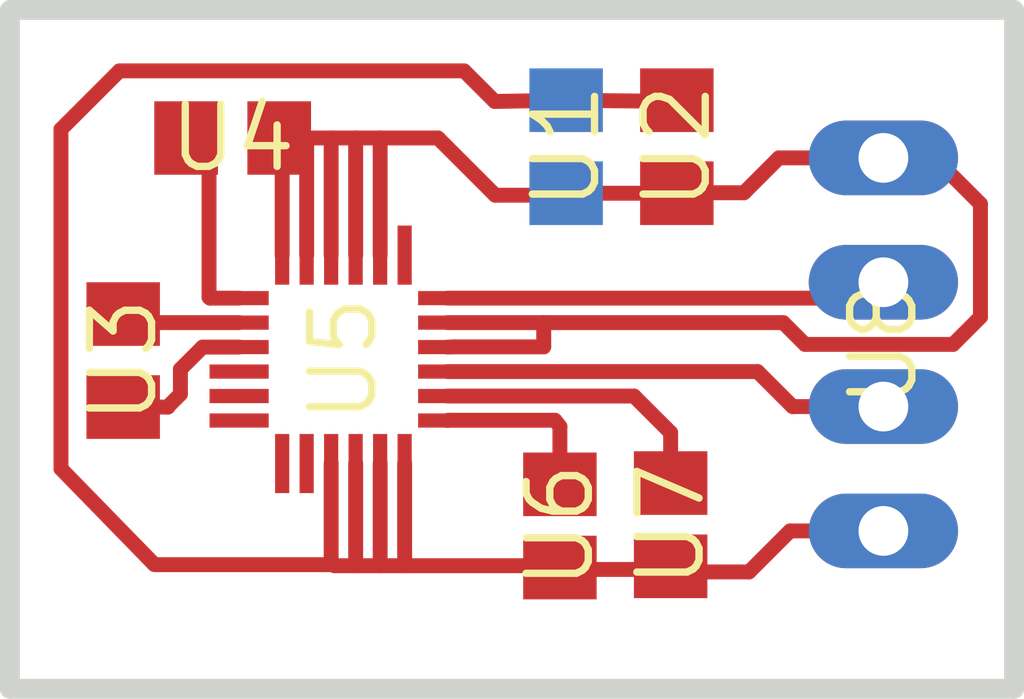
<source format=kicad_pcb>
 ( kicad_pcb  ( version 20171130 )
 ( host pcbnew "(5.1.4)-1" )
 ( general  ( thickness 1.6 )
 ( drawings 4 )
 ( tracks 89 )
 ( zones 0 )
 ( modules 8 )
 ( nets 16 )
)
 ( page A4 )
 ( layers  ( 0 Top signal )
 ( 31 Bottom signal )
 ( 32 B.Adhes user )
 ( 33 F.Adhes user )
 ( 34 B.Paste user )
 ( 35 F.Paste user )
 ( 36 B.SilkS user )
 ( 37 F.SilkS user )
 ( 38 B.Mask user )
 ( 39 F.Mask user )
 ( 40 Dwgs.User user )
 ( 41 Cmts.User user )
 ( 42 Eco1.User user )
 ( 43 Eco2.User user )
 ( 44 Edge.Cuts user )
 ( 45 Margin user )
 ( 46 B.CrtYd user )
 ( 47 F.CrtYd user )
 ( 48 B.Fab user )
 ( 49 F.Fab user )
)
 ( setup  ( last_trace_width 0.3048 )
 ( trace_clearance 0.1524 )
 ( zone_clearance 0.508 )
 ( zone_45_only no )
 ( trace_min 0.2 )
 ( via_size 0.8 )
 ( via_drill 0.4 )
 ( via_min_size 0.4 )
 ( via_min_drill 0.3 )
 ( uvia_size 0.3 )
 ( uvia_drill 0.1 )
 ( uvias_allowed no )
 ( uvia_min_size 0.2 )
 ( uvia_min_drill 0.1 )
 ( edge_width 0.05 )
 ( segment_width 0.2 )
 ( pcb_text_width 0.3 )
 ( pcb_text_size 1.5 1.5 )
 ( mod_edge_width 0.12 )
 ( mod_text_size 1 1 )
 ( mod_text_width 0.15 )
 ( pad_size 1.524 1.524 )
 ( pad_drill 0.762 )
 ( pad_to_mask_clearance 0.051 )
 ( solder_mask_min_width 0.25 )
 ( aux_axis_origin 0 0 )
 ( visible_elements 7FFFFFFF )
 ( pcbplotparams  ( layerselection 0x010fc_ffffffff )
 ( usegerberextensions false )
 ( usegerberattributes false )
 ( usegerberadvancedattributes false )
 ( creategerberjobfile false )
 ( excludeedgelayer true )
 ( linewidth 0.100000 )
 ( plotframeref false )
 ( viasonmask false )
 ( mode 1 )
 ( useauxorigin false )
 ( hpglpennumber 1 )
 ( hpglpenspeed 20 )
 ( hpglpendiameter 15.000000 )
 ( psnegative false )
 ( psa4output false )
 ( plotreference true )
 ( plotvalue true )
 ( plotinvisibletext false )
 ( padsonsilk false )
 ( subtractmaskfromsilk false )
 ( outputformat 1 )
 ( mirror false )
 ( drillshape 1 )
 ( scaleselection 1 )
 ( outputdirectory "" )
)
)
 ( net 0 "" )
 ( net 1 GND )
 ( net 2 VDD )
 ( net 3 /SDA )
 ( net 4 /SCL )
 ( net 5 "Net-(R2-Pad1)" )
 ( net 6 "Net-(R1-Pad1)" )
 ( net 7 "Net-(U1-Pad14)" )
 ( net 8 "Net-(U1-Pad13)" )
 ( net 9 "Net-(U1-Pad12)" )
 ( net 10 "Net-(U1-Pad11)" )
 ( net 11 "Net-(U1-Pad10)" )
 ( net 12 "Net-(C1-Pad1)" )
 ( net 13 "Net-(C1-Pad2)" )
 ( net 14 "Net-(C2-Pad2)" )
 ( net 15 "Net-(U1-Pad1)" )
 ( net_class Default "This is the default net class."  ( clearance 0.1524 )
 ( trace_width 0.3048 )
 ( via_dia 0.8 )
 ( via_drill 0.4 )
 ( uvia_dia 0.3 )
 ( uvia_drill 0.1 )
 ( add_net /SCL )
 ( add_net /SDA )
 ( add_net GND )
 ( add_net "Net-(C1-Pad1)" )
 ( add_net "Net-(C1-Pad2)" )
 ( add_net "Net-(C2-Pad2)" )
 ( add_net "Net-(R1-Pad1)" )
 ( add_net "Net-(R2-Pad1)" )
 ( add_net "Net-(U1-Pad1)" )
 ( add_net "Net-(U1-Pad10)" )
 ( add_net "Net-(U1-Pad11)" )
 ( add_net "Net-(U1-Pad12)" )
 ( add_net "Net-(U1-Pad13)" )
 ( add_net "Net-(U1-Pad14)" )
 ( add_net VDD )
)
 ( module imu:C0805  ( layer Bottom )
 ( tedit 5DCDEC05 )
 ( tstamp 5DC8EB23 )
 ( at 149.606000 100.863400 270.000000 )
 ( descr <b>CAPACITOR</b><p> )
 ( path /A60240AA )
 ( fp_text reference "U1"  ( at 0 0 270 )
 ( layer F.SilkS )
 ( effects  ( font  ( size 1.27 1.27 )
 ( thickness 0.15 )
)
)
)
 ( fp_text value ""  ( at 0 0 270 )
 ( layer F.SilkS )
 ( effects  ( font  ( size 1.27 1.27 )
 ( thickness 0.15 )
)
)
)
 ( fp_poly  ( pts  ( xy -1.97 -0.98 )
 ( xy 1.97 -0.98 )
 ( xy 1.97 0.98 )
 ( xy -1.97 0.98 )
)
 ( layer F.CrtYd )
 ( width 0.05 )
)
 ( pad 2 smd rect  ( at 0.95 0 270 )
 ( size 1.3 1.5 )
 ( layers Bottom F.Paste F.Mask )
 ( net 1 GND )
 ( solder_mask_margin 0.1016 )
)
 ( pad 1 smd rect  ( at -0.95 0 270 )
 ( size 1.3 1.5 )
 ( layers Bottom F.Paste F.Mask )
 ( net 2 VDD )
 ( solder_mask_margin 0.1016 )
)
)
 ( module imu:C0805  ( layer Top )
 ( tedit 5DCDEC05 )
 ( tstamp 5DC8EB31 )
 ( at 151.866600 100.863400 270.000000 )
 ( descr <b>CAPACITOR</b><p> )
 ( path /C3EA450F )
 ( fp_text reference "U2"  ( at 0 0 270 )
 ( layer F.SilkS )
 ( effects  ( font  ( size 1.27 1.27 )
 ( thickness 0.15 )
)
)
)
 ( fp_text value ""  ( at 0 0 270 )
 ( layer F.SilkS )
 ( effects  ( font  ( size 1.27 1.27 )
 ( thickness 0.15 )
)
)
)
 ( fp_poly  ( pts  ( xy -1.97 -0.98 )
 ( xy 1.97 -0.98 )
 ( xy 1.97 0.98 )
 ( xy -1.97 0.98 )
)
 ( layer F.CrtYd )
 ( width 0.05 )
)
 ( pad 2 smd rect  ( at 0.95 0 270 )
 ( size 1.3 1.5 )
 ( layers Top F.Paste F.Mask )
 ( net 1 GND )
 ( solder_mask_margin 0.1016 )
)
 ( pad 1 smd rect  ( at -0.95 0 270 )
 ( size 1.3 1.5 )
 ( layers Top F.Paste F.Mask )
 ( net 2 VDD )
 ( solder_mask_margin 0.1016 )
)
)
 ( module imu:C0805  ( layer Top )
 ( tedit 5DCDEC05 )
 ( tstamp 5DC8EB3F )
 ( at 140.563600 105.232200 90.000000 )
 ( descr <b>CAPACITOR</b><p> )
 ( path /7A0BA227 )
 ( fp_text reference "U3"  ( at 0 0 90 )
 ( layer F.SilkS )
 ( effects  ( font  ( size 1.27 1.27 )
 ( thickness 0.15 )
)
)
)
 ( fp_text value ""  ( at 0 0 90 )
 ( layer F.SilkS )
 ( effects  ( font  ( size 1.27 1.27 )
 ( thickness 0.15 )
)
)
)
 ( fp_poly  ( pts  ( xy -1.97 -0.98 )
 ( xy 1.97 -0.98 )
 ( xy 1.97 0.98 )
 ( xy -1.97 0.98 )
)
 ( layer F.CrtYd )
 ( width 0.05 )
)
 ( pad 2 smd rect  ( at 0.95 0 90 )
 ( size 1.3 1.5 )
 ( layers Top F.Paste F.Mask )
 ( net 13 "Net-(C1-Pad2)" )
 ( solder_mask_margin 0.1016 )
)
 ( pad 1 smd rect  ( at -0.95 0 90 )
 ( size 1.3 1.5 )
 ( layers Top F.Paste F.Mask )
 ( net 12 "Net-(C1-Pad1)" )
 ( solder_mask_margin 0.1016 )
)
)
 ( module imu:C0805  ( layer Top )
 ( tedit 5DCDEC05 )
 ( tstamp 5DC8EB4D )
 ( at 142.798800 100.685600 180.000000 )
 ( descr <b>CAPACITOR</b><p> )
 ( path /39D9FF9F )
 ( fp_text reference "U4"  ( at 0 0 180 )
 ( layer F.SilkS )
 ( effects  ( font  ( size 1.27 1.27 )
 ( thickness 0.15 )
)
)
)
 ( fp_text value ""  ( at 0 0 180 )
 ( layer F.SilkS )
 ( effects  ( font  ( size 1.27 1.27 )
 ( thickness 0.15 )
)
)
)
 ( fp_poly  ( pts  ( xy -1.97 -0.98 )
 ( xy 1.97 -0.98 )
 ( xy 1.97 0.98 )
 ( xy -1.97 0.98 )
)
 ( layer F.CrtYd )
 ( width 0.05 )
)
 ( pad 2 smd rect  ( at 0.95 0 180 )
 ( size 1.3 1.5 )
 ( layers Top F.Paste F.Mask )
 ( net 14 "Net-(C2-Pad2)" )
 ( solder_mask_margin 0.1016 )
)
 ( pad 1 smd rect  ( at -0.95 0 180 )
 ( size 1.3 1.5 )
 ( layers Top F.Paste F.Mask )
 ( net 1 GND )
 ( solder_mask_margin 0.1016 )
)
)
 ( module imu:LGA-24  ( layer Top )
 ( tedit 5DCDEC7A )
 ( tstamp 5DC8EAD5 )
 ( at 145.059400 105.206800 270.000000 )
 ( descr "<h3>LGA 4x4x1 mm 24-lead</h3>\n<ul><li>0.5mm pitch</li>\n<li>Pads are 0.35x0.2 mm square</li>\n</ul>\n<p>This package is used for:<p>\n<ul><li>ST Micro LSM9DS0 3D accel/gyro/mag</li></ul>" )
 ( path /94FABF20 )
 ( fp_text reference "U5"  ( at 0 0 270 )
 ( layer F.SilkS )
 ( effects  ( font  ( size 1.27 1.27 )
 ( thickness 0.15 )
)
)
)
 ( fp_text value ""  ( at 0 0 270 )
 ( layer F.SilkS )
 ( effects  ( font  ( size 1.27 1.27 )
 ( thickness 0.15 )
)
)
)
 ( fp_poly  ( pts  ( xy -3 -3 )
 ( xy 3 -3 )
 ( xy 3 3 )
 ( xy -3 3 )
)
 ( layer F.CrtYd )
 ( width 0.1 )
)
 ( pad 24 smd rect  ( at -1.25 -2.129 270 )
 ( size 0.29 1.208 )
 ( layers Top F.Paste F.Mask )
 ( net 3 /SDA )
 ( solder_mask_margin 0.1016 )
)
 ( pad 23 smd rect  ( at -0.75 -2.129 270 )
 ( size 0.29 1.208 )
 ( layers Top F.Paste F.Mask )
 ( net 1 GND )
 ( solder_mask_margin 0.1016 )
)
 ( pad 22 smd rect  ( at -0.25 -2.129 270 )
 ( size 0.29 1.208 )
 ( layers Top F.Paste F.Mask )
 ( net 1 GND )
 ( solder_mask_margin 0.1016 )
)
 ( pad 21 smd rect  ( at 0.25 -2.129 270 )
 ( size 0.29 1.208 )
 ( layers Top F.Paste F.Mask )
 ( net 4 /SCL )
 ( solder_mask_margin 0.1016 )
)
 ( pad 20 smd rect  ( at 0.75 -2.129 270 )
 ( size 0.29 1.208 )
 ( layers Top F.Paste F.Mask )
 ( net 5 "Net-(R2-Pad1)" )
 ( solder_mask_margin 0.1016 )
)
 ( pad 19 smd rect  ( at 1.25 -2.129 270 )
 ( size 0.29 1.208 )
 ( layers Top F.Paste F.Mask )
 ( net 6 "Net-(R1-Pad1)" )
 ( solder_mask_margin 0.1016 )
)
 ( pad 18 smd rect  ( at 2.129 -1.25 180 )
 ( size 0.29 1.208 )
 ( layers Top F.Paste F.Mask )
 ( net 2 VDD )
 ( solder_mask_margin 0.1016 )
)
 ( pad 17 smd rect  ( at 2.129 -0.75 180 )
 ( size 0.29 1.208 )
 ( layers Top F.Paste F.Mask )
 ( net 2 VDD )
 ( solder_mask_margin 0.1016 )
)
 ( pad 16 smd rect  ( at 2.129 -0.25 180 )
 ( size 0.29 1.208 )
 ( layers Top F.Paste F.Mask )
 ( net 2 VDD )
 ( solder_mask_margin 0.1016 )
)
 ( pad 15 smd rect  ( at 2.129 0.25 180 )
 ( size 0.29 1.208 )
 ( layers Top F.Paste F.Mask )
 ( net 2 VDD )
 ( solder_mask_margin 0.1016 )
)
 ( pad 14 smd rect  ( at 2.129 0.75 180 )
 ( size 0.29 1.208 )
 ( layers Top F.Paste F.Mask )
 ( net 7 "Net-(U1-Pad14)" )
 ( solder_mask_margin 0.1016 )
)
 ( pad 13 smd rect  ( at 2.129 1.25 180 )
 ( size 0.29 1.208 )
 ( layers Top F.Paste F.Mask )
 ( net 8 "Net-(U1-Pad13)" )
 ( solder_mask_margin 0.1016 )
)
 ( pad 12 smd rect  ( at 1.25 2.129 90 )
 ( size 0.29 1.208 )
 ( layers Top F.Paste F.Mask )
 ( net 9 "Net-(U1-Pad12)" )
 ( solder_mask_margin 0.1016 )
)
 ( pad 11 smd rect  ( at 0.75 2.129 90 )
 ( size 0.29 1.208 )
 ( layers Top F.Paste F.Mask )
 ( net 10 "Net-(U1-Pad11)" )
 ( solder_mask_margin 0.1016 )
)
 ( pad 10 smd rect  ( at 0.25 2.129 90 )
 ( size 0.29 1.208 )
 ( layers Top F.Paste F.Mask )
 ( net 11 "Net-(U1-Pad10)" )
 ( solder_mask_margin 0.1016 )
)
 ( pad 9 smd rect  ( at -0.25 2.129 90 )
 ( size 0.29 1.208 )
 ( layers Top F.Paste F.Mask )
 ( net 12 "Net-(C1-Pad1)" )
 ( solder_mask_margin 0.1016 )
)
 ( pad 8 smd rect  ( at -0.75 2.129 90 )
 ( size 0.29 1.208 )
 ( layers Top F.Paste F.Mask )
 ( net 13 "Net-(C1-Pad2)" )
 ( solder_mask_margin 0.1016 )
)
 ( pad 7 smd rect  ( at -1.25 2.129 90 )
 ( size 0.29 1.208 )
 ( layers Top F.Paste F.Mask )
 ( net 14 "Net-(C2-Pad2)" )
 ( solder_mask_margin 0.1016 )
)
 ( pad 6 smd rect  ( at -2.129 1.25 )
 ( size 0.29 1.208 )
 ( layers Top F.Paste F.Mask )
 ( net 1 GND )
 ( solder_mask_margin 0.1016 )
)
 ( pad 5 smd rect  ( at -2.129 0.75 )
 ( size 0.29 1.208 )
 ( layers Top F.Paste F.Mask )
 ( net 1 GND )
 ( solder_mask_margin 0.1016 )
)
 ( pad 4 smd rect  ( at -2.129 0.25 )
 ( size 0.29 1.208 )
 ( layers Top F.Paste F.Mask )
 ( net 1 GND )
 ( solder_mask_margin 0.1016 )
)
 ( pad 3 smd rect  ( at -2.129 -0.25 )
 ( size 0.29 1.208 )
 ( layers Top F.Paste F.Mask )
 ( net 1 GND )
 ( solder_mask_margin 0.1016 )
)
 ( pad 2 smd rect  ( at -2.129 -0.75 )
 ( size 0.29 1.208 )
 ( layers Top F.Paste F.Mask )
 ( net 1 GND )
 ( solder_mask_margin 0.1016 )
)
 ( pad 1 smd rect  ( at -2.129 -1.25 )
 ( size 0.29 1.208 )
 ( layers Top F.Paste F.Mask )
 ( net 15 "Net-(U1-Pad1)" )
 ( solder_mask_margin 0.1016 )
)
)
 ( module imu:R0805  ( layer Top )
 ( tedit 5DCDEBD1 )
 ( tstamp 5DC8EB5B )
 ( at 149.479000 108.610400 270.000000 )
 ( descr "<b>RESISTOR</b><p>\nchip" )
 ( path /5FC72806 )
 ( fp_text reference "U6"  ( at 0 0 270 )
 ( layer F.SilkS )
 ( effects  ( font  ( size 1.27 1.27 )
 ( thickness 0.15 )
)
)
)
 ( fp_text value ""  ( at 0 0 270 )
 ( layer F.SilkS )
 ( effects  ( font  ( size 1.27 1.27 )
 ( thickness 0.15 )
)
)
)
 ( fp_poly  ( pts  ( xy -2 -1 )
 ( xy 2 -1 )
 ( xy 2 1 )
 ( xy -2 1 )
)
 ( layer F.CrtYd )
 ( width 0.1 )
)
 ( pad 2 smd rect  ( at 0.85 0 270 )
 ( size 1.3 1.5 )
 ( layers Top F.Paste F.Mask )
 ( net 2 VDD )
 ( solder_mask_margin 0.1016 )
)
 ( pad 1 smd rect  ( at -0.85 0 270 )
 ( size 1.3 1.5 )
 ( layers Top F.Paste F.Mask )
 ( net 6 "Net-(R1-Pad1)" )
 ( solder_mask_margin 0.1016 )
)
)
 ( module imu:R0805  ( layer Top )
 ( tedit 5DCDEBD1 )
 ( tstamp 5DC8EB69 )
 ( at 151.739600 108.585000 270.000000 )
 ( descr "<b>RESISTOR</b><p>\nchip" )
 ( path /8EFFCFBB )
 ( fp_text reference "U7"  ( at 0 0 270 )
 ( layer F.SilkS )
 ( effects  ( font  ( size 1.27 1.27 )
 ( thickness 0.15 )
)
)
)
 ( fp_text value ""  ( at 0 0 270 )
 ( layer F.SilkS )
 ( effects  ( font  ( size 1.27 1.27 )
 ( thickness 0.15 )
)
)
)
 ( fp_poly  ( pts  ( xy -2 -1 )
 ( xy 2 -1 )
 ( xy 2 1 )
 ( xy -2 1 )
)
 ( layer F.CrtYd )
 ( width 0.1 )
)
 ( pad 2 smd rect  ( at 0.85 0 270 )
 ( size 1.3 1.5 )
 ( layers Top F.Paste F.Mask )
 ( net 2 VDD )
 ( solder_mask_margin 0.1016 )
)
 ( pad 1 smd rect  ( at -0.85 0 270 )
 ( size 1.3 1.5 )
 ( layers Top F.Paste F.Mask )
 ( net 5 "Net-(R2-Pad1)" )
 ( solder_mask_margin 0.1016 )
)
)
 ( module imu:MA04-1 locked  ( layer Top )
 ( tedit 5DCDED3B )
 ( tstamp 5DC8EB77 )
 ( at 156.083000 104.902000 90.000000 )
 ( descr "<b>PIN HEADER</b>" )
 ( path /4C9F70DA )
 ( fp_text reference "U8"  ( at 0 0 90 )
 ( layer F.SilkS )
 ( effects  ( font  ( size 1.27 1.27 )
 ( thickness 0.15 )
)
)
)
 ( fp_text value ""  ( at 0 0 90 )
 ( layer F.SilkS )
 ( effects  ( font  ( size 1.27 1.27 )
 ( thickness 0.15 )
)
)
)
 ( fp_poly  ( pts  ( xy -5 -1.75 )
 ( xy 5 -1.75 )
 ( xy 5 1.75 )
 ( xy -5 1.75 )
)
 ( layer F.CrtYd )
 ( width 0.1 )
)
 ( fp_poly  ( pts  ( xy -5 -1.75 )
 ( xy 5 -1.75 )
 ( xy 5 1.75 )
 ( xy -5 1.75 )
)
 ( layer B.CrtYd )
 ( width 0.1 )
)
 ( pad 1 thru_hole oval  ( at -3.81 0 180 )
 ( size 3.048 1.524 )
 ( drill 1.016 )
 ( layers *.Cu *.Mask )
 ( net 2 VDD )
 ( solder_mask_margin 0.1016 )
)
 ( pad 2 thru_hole oval  ( at -1.27 0 180 )
 ( size 3.048 1.524 )
 ( drill 1.016 )
 ( layers *.Cu *.Mask )
 ( net 4 /SCL )
 ( solder_mask_margin 0.1016 )
)
 ( pad 3 thru_hole oval  ( at 1.27 0 180 )
 ( size 3.048 1.524 )
 ( drill 1.016 )
 ( layers *.Cu *.Mask )
 ( net 3 /SDA )
 ( solder_mask_margin 0.1016 )
)
 ( pad 4 thru_hole oval  ( at 3.81 0 180 )
 ( size 3.048 1.524 )
 ( drill 1.016 )
 ( layers *.Cu *.Mask )
 ( net 1 GND )
 ( solder_mask_margin 0.1016 )
)
)
 ( gr_line  ( start 138.2522 111.9378 )
 ( end 138.2522 98.0694 )
 ( layer Edge.Cuts )
 ( width 0.4064 )
 ( tstamp 1CAD9470 )
)
 ( gr_line  ( start 138.2522 98.0694 )
 ( end 158.75 98.0694 )
 ( layer Edge.Cuts )
 ( width 0.4064 )
 ( tstamp 1CAD8750 )
)
 ( gr_line  ( start 158.75 98.0694 )
 ( end 158.75 111.9378 )
 ( layer Edge.Cuts )
 ( width 0.4064 )
 ( tstamp 1CAD8CF0 )
)
 ( gr_line  ( start 158.75 111.9378 )
 ( end 138.2522 111.9378 )
 ( layer Edge.Cuts )
 ( width 0.4064 )
 ( tstamp 1CAD9BF0 )
)
 ( segment  ( start 143.809400 103.077800 )
 ( end 143.809400 100.746200 )
 ( width 0.304800 )
 ( layer Top )
 ( net 1 )
)
 ( segment  ( start 143.809400 100.746200 )
 ( end 143.748800 100.685600 )
 ( width 0.304800 )
 ( layer Top )
 ( net 1 )
)
 ( segment  ( start 143.748800 100.685600 )
 ( end 144.309400 100.685600 )
 ( width 0.304800 )
 ( layer Top )
 ( net 1 )
)
 ( segment  ( start 144.309400 100.685600 )
 ( end 144.809400 100.685600 )
 ( width 0.304800 )
 ( layer Top )
 ( net 1 )
)
 ( segment  ( start 144.809400 100.685600 )
 ( end 145.309400 100.685600 )
 ( width 0.304800 )
 ( layer Top )
 ( net 1 )
)
 ( segment  ( start 145.309400 100.685600 )
 ( end 145.809400 100.685600 )
 ( width 0.304800 )
 ( layer Top )
 ( net 1 )
)
 ( segment  ( start 145.809400 100.685600 )
 ( end 146.989800 100.685600 )
 ( width 0.304800 )
 ( layer Top )
 ( net 1 )
)
 ( segment  ( start 146.989800 100.685600 )
 ( end 148.158200 101.854000 )
 ( width 0.304800 )
 ( layer Top )
 ( net 1 )
)
 ( segment  ( start 148.158200 101.854000 )
 ( end 149.590800 101.854000 )
 ( width 0.304800 )
 ( layer Top )
 ( net 1 )
)
 ( segment  ( start 149.590800 101.854000 )
 ( end 149.606000 101.813400 )
 ( width 0.304800 )
 ( layer Top )
 ( net 1 )
)
 ( segment  ( start 151.866600 101.813400 )
 ( end 149.606000 101.813400 )
 ( width 0.304800 )
 ( layer Top )
 ( net 1 )
)
 ( segment  ( start 156.083000 101.092000 )
 ( end 153.949400 101.092000 )
 ( width 0.304800 )
 ( layer Top )
 ( net 1 )
)
 ( segment  ( start 153.949400 101.092000 )
 ( end 153.238200 101.803200 )
 ( width 0.304800 )
 ( layer Top )
 ( net 1 )
)
 ( segment  ( start 153.238200 101.803200 )
 ( end 151.876800 101.803200 )
 ( width 0.304800 )
 ( layer Top )
 ( net 1 )
)
 ( segment  ( start 151.876800 101.803200 )
 ( end 151.866600 101.813400 )
 ( width 0.304800 )
 ( layer Top )
 ( net 1 )
)
 ( segment  ( start 144.809400 103.077800 )
 ( end 144.809400 100.685600 )
 ( width 0.304800 )
 ( layer Top )
 ( net 1 )
)
 ( segment  ( start 145.309400 103.077800 )
 ( end 145.309400 100.685600 )
 ( width 0.304800 )
 ( layer Top )
 ( net 1 )
)
 ( segment  ( start 144.309400 103.077800 )
 ( end 144.309400 100.685600 )
 ( width 0.304800 )
 ( layer Top )
 ( net 1 )
)
 ( segment  ( start 145.809400 103.077800 )
 ( end 145.809400 100.685600 )
 ( width 0.304800 )
 ( layer Top )
 ( net 1 )
)
 ( segment  ( start 147.188400 104.456800 )
 ( end 149.148800 104.456800 )
 ( width 0.304800 )
 ( layer Top )
 ( net 1 )
)
 ( segment  ( start 149.148800 104.456800 )
 ( end 154.037600 104.456800 )
 ( width 0.304800 )
 ( layer Top )
 ( net 1 )
)
 ( segment  ( start 158.064200 104.343200 )
 ( end 158.064200 102.031800 )
 ( width 0.304800 )
 ( layer Top )
 ( net 1 )
)
 ( segment  ( start 158.064200 102.031800 )
 ( end 157.124400 101.092000 )
 ( width 0.304800 )
 ( layer Top )
 ( net 1 )
)
 ( segment  ( start 157.124400 101.092000 )
 ( end 156.083000 101.092000 )
 ( width 0.304800 )
 ( layer Top )
 ( net 1 )
)
 ( segment  ( start 147.188400 104.956800 )
 ( end 147.340800 104.952800 )
 ( width 0.304800 )
 ( layer Top )
 ( net 1 )
)
 ( segment  ( start 147.340800 104.952800 )
 ( end 149.148800 104.952800 )
 ( width 0.304800 )
 ( layer Top )
 ( net 1 )
)
 ( segment  ( start 149.148800 104.952800 )
 ( end 149.148800 104.456800 )
 ( width 0.304800 )
 ( layer Top )
 ( net 1 )
)
 ( segment  ( start 154.037600 104.456800 )
 ( end 154.482800 104.902000 )
 ( width 0.304800 )
 ( layer Top )
 ( net 1 )
)
 ( segment  ( start 154.482800 104.902000 )
 ( end 157.505400 104.902000 )
 ( width 0.304800 )
 ( layer Top )
 ( net 1 )
)
 ( segment  ( start 157.505400 104.902000 )
 ( end 158.064200 104.343200 )
 ( width 0.304800 )
 ( layer Top )
 ( net 1 )
)
 ( segment  ( start 156.083000 108.712000 )
 ( end 154.178000 108.712000 )
 ( width 0.304800 )
 ( layer Top )
 ( net 2 )
)
 ( segment  ( start 154.178000 108.712000 )
 ( end 153.339800 109.550200 )
 ( width 0.304800 )
 ( layer Top )
 ( net 2 )
)
 ( segment  ( start 153.339800 109.550200 )
 ( end 151.854800 109.550200 )
 ( width 0.304800 )
 ( layer Top )
 ( net 2 )
)
 ( segment  ( start 151.854800 109.550200 )
 ( end 151.739600 109.435000 )
 ( width 0.304800 )
 ( layer Top )
 ( net 2 )
)
 ( segment  ( start 144.809400 107.335800 )
 ( end 144.809400 109.401800 )
 ( width 0.304800 )
 ( layer Top )
 ( net 2 )
)
 ( segment  ( start 144.809400 109.401800 )
 ( end 144.881600 109.423200 )
 ( width 0.304800 )
 ( layer Top )
 ( net 2 )
)
 ( segment  ( start 144.881600 109.423200 )
 ( end 145.364200 109.423200 )
 ( width 0.304800 )
 ( layer Top )
 ( net 2 )
)
 ( segment  ( start 145.364200 109.423200 )
 ( end 145.796000 109.423200 )
 ( width 0.304800 )
 ( layer Top )
 ( net 2 )
)
 ( segment  ( start 145.796000 109.423200 )
 ( end 146.329400 109.423200 )
 ( width 0.304800 )
 ( layer Top )
 ( net 2 )
)
 ( segment  ( start 146.329400 109.423200 )
 ( end 149.987000 109.423200 )
 ( width 0.304800 )
 ( layer Top )
 ( net 2 )
)
 ( segment  ( start 149.987000 109.423200 )
 ( end 150.063200 109.499400 )
 ( width 0.304800 )
 ( layer Top )
 ( net 2 )
)
 ( segment  ( start 150.063200 109.499400 )
 ( end 149.518000 109.499400 )
 ( width 0.304800 )
 ( layer Top )
 ( net 2 )
)
 ( segment  ( start 149.518000 109.499400 )
 ( end 149.479000 109.460400 )
 ( width 0.304800 )
 ( layer Top )
 ( net 2 )
)
 ( segment  ( start 150.063200 109.499400 )
 ( end 151.675200 109.499400 )
 ( width 0.304800 )
 ( layer Top )
 ( net 2 )
)
 ( segment  ( start 151.675200 109.499400 )
 ( end 151.739600 109.435000 )
 ( width 0.304800 )
 ( layer Top )
 ( net 2 )
)
 ( segment  ( start 145.309400 107.335800 )
 ( end 145.309400 109.368400 )
 ( width 0.304800 )
 ( layer Top )
 ( net 2 )
)
 ( segment  ( start 145.309400 109.368400 )
 ( end 145.364200 109.423200 )
 ( width 0.304800 )
 ( layer Top )
 ( net 2 )
)
 ( segment  ( start 145.809400 107.335800 )
 ( end 145.809400 109.409800 )
 ( width 0.304800 )
 ( layer Top )
 ( net 2 )
)
 ( segment  ( start 145.809400 109.409800 )
 ( end 145.796000 109.423200 )
 ( width 0.304800 )
 ( layer Top )
 ( net 2 )
)
 ( segment  ( start 146.309400 107.335800 )
 ( end 146.309400 109.403200 )
 ( width 0.304800 )
 ( layer Top )
 ( net 2 )
)
 ( segment  ( start 146.309400 109.403200 )
 ( end 146.329400 109.423200 )
 ( width 0.304800 )
 ( layer Top )
 ( net 2 )
)
 ( segment  ( start 151.866600 99.913400 )
 ( end 151.866600 99.938800 )
 ( width 0.304800 )
 ( layer Top )
 ( net 2 )
)
 ( segment  ( start 151.866600 99.938800 )
 ( end 149.606000 99.913400 )
 ( width 0.304800 )
 ( layer Top )
 ( net 2 )
)
 ( segment  ( start 149.606000 99.913400 )
 ( end 148.148000 99.938800 )
 ( width 0.304800 )
 ( layer Top )
 ( net 2 )
)
 ( segment  ( start 148.148000 99.938800 )
 ( end 147.523200 99.314000 )
 ( width 0.304800 )
 ( layer Top )
 ( net 2 )
)
 ( segment  ( start 147.523200 99.314000 )
 ( end 140.487400 99.314000 )
 ( width 0.304800 )
 ( layer Top )
 ( net 2 )
)
 ( segment  ( start 140.487400 99.314000 )
 ( end 139.293600 100.507800 )
 ( width 0.304800 )
 ( layer Top )
 ( net 2 )
)
 ( segment  ( start 139.293600 100.507800 )
 ( end 139.293600 107.442000 )
 ( width 0.304800 )
 ( layer Top )
 ( net 2 )
)
 ( segment  ( start 139.293600 107.442000 )
 ( end 141.198600 109.397800 )
 ( width 0.304800 )
 ( layer Top )
 ( net 2 )
)
 ( segment  ( start 144.809400 109.401800 )
 ( end 141.245400 109.401800 )
 ( width 0.304800 )
 ( layer Top )
 ( net 2 )
)
 ( segment  ( start 141.245400 109.401800 )
 ( end 141.198600 109.397800 )
 ( width 0.304800 )
 ( layer Top )
 ( net 2 )
)
 ( segment  ( start 147.188400 103.956800 )
 ( end 155.758200 103.956800 )
 ( width 0.304800 )
 ( layer Top )
 ( net 3 )
)
 ( segment  ( start 155.758200 103.956800 )
 ( end 156.083000 103.632000 )
 ( width 0.304800 )
 ( layer Top )
 ( net 3 )
)
 ( segment  ( start 156.083000 106.172000 )
 ( end 154.228800 106.172000 )
 ( width 0.304800 )
 ( layer Top )
 ( net 4 )
)
 ( segment  ( start 154.228800 106.172000 )
 ( end 153.513600 105.456800 )
 ( width 0.304800 )
 ( layer Top )
 ( net 4 )
)
 ( segment  ( start 147.188400 105.456800 )
 ( end 153.513600 105.456800 )
 ( width 0.304800 )
 ( layer Top )
 ( net 4 )
)
 ( segment  ( start 147.188400 105.956800 )
 ( end 150.991000 105.956800 )
 ( width 0.304800 )
 ( layer Top )
 ( net 5 )
)
 ( segment  ( start 150.991000 105.956800 )
 ( end 151.739600 106.705400 )
 ( width 0.304800 )
 ( layer Top )
 ( net 5 )
)
 ( segment  ( start 151.739600 106.705400 )
 ( end 151.739600 107.735000 )
 ( width 0.304800 )
 ( layer Top )
 ( net 5 )
)
 ( segment  ( start 149.479000 107.760400 )
 ( end 149.479000 106.578400 )
 ( width 0.304800 )
 ( layer Top )
 ( net 6 )
)
 ( segment  ( start 149.479000 106.578400 )
 ( end 149.377400 106.451400 )
 ( width 0.304800 )
 ( layer Top )
 ( net 6 )
)
 ( segment  ( start 149.377400 106.451400 )
 ( end 147.208400 106.451400 )
 ( width 0.304800 )
 ( layer Top )
 ( net 6 )
)
 ( segment  ( start 147.208400 106.451400 )
 ( end 147.188400 106.456800 )
 ( width 0.304800 )
 ( layer Top )
 ( net 6 )
)
 ( segment  ( start 142.930400 104.956800 )
 ( end 142.185200 104.956800 )
 ( width 0.304800 )
 ( layer Top )
 ( net 12 )
)
 ( segment  ( start 142.185200 104.956800 )
 ( end 141.732000 105.410000 )
 ( width 0.304800 )
 ( layer Top )
 ( net 12 )
)
 ( segment  ( start 141.732000 105.410000 )
 ( end 141.732000 105.918000 )
 ( width 0.304800 )
 ( layer Top )
 ( net 12 )
)
 ( segment  ( start 141.732000 105.918000 )
 ( end 141.478000 106.172000 )
 ( width 0.304800 )
 ( layer Top )
 ( net 12 )
)
 ( segment  ( start 141.478000 106.172000 )
 ( end 141.478000 106.182200 )
 ( width 0.304800 )
 ( layer Top )
 ( net 12 )
)
 ( segment  ( start 141.478000 106.182200 )
 ( end 140.563600 106.182200 )
 ( width 0.304800 )
 ( layer Top )
 ( net 12 )
)
 ( segment  ( start 142.930400 104.456800 )
 ( end 140.738200 104.456800 )
 ( width 0.304800 )
 ( layer Top )
 ( net 13 )
)
 ( segment  ( start 140.738200 104.456800 )
 ( end 140.563600 104.282200 )
 ( width 0.304800 )
 ( layer Top )
 ( net 13 )
)
 ( segment  ( start 141.848800 100.685600 )
 ( end 141.848800 100.685600 )
 ( width 0.304800 )
 ( layer Top )
 ( net 14 )
)
 ( segment  ( start 141.848800 100.685600 )
 ( end 142.027666 100.721179 )
 ( width 0.304800 )
 ( layer Top )
 ( net 14 )
)
 ( segment  ( start 142.027666 100.721179 )
 ( end 142.179302 100.822498 )
 ( width 0.304800 )
 ( layer Top )
 ( net 14 )
)
 ( segment  ( start 142.179302 100.822498 )
 ( end 142.316200 101.153000 )
 ( width 0.304800 )
 ( layer Top )
 ( net 14 )
)
 ( segment  ( start 142.316200 101.153000 )
 ( end 142.316200 103.936800 )
 ( width 0.304800 )
 ( layer Top )
 ( net 14 )
)
 ( segment  ( start 142.316200 103.936800 )
 ( end 142.316200 103.936800 )
 ( width 0.304800 )
 ( layer Top )
 ( net 14 )
)
 ( segment  ( start 142.316200 103.936800 )
 ( end 142.336200 103.956800 )
 ( width 0.304800 )
 ( layer Top )
 ( net 14 )
)
 ( segment  ( start 142.336200 103.956800 )
 ( end 142.930400 103.956800 )
 ( width 0.304800 )
 ( layer Top )
 ( net 14 )
)
)

</source>
